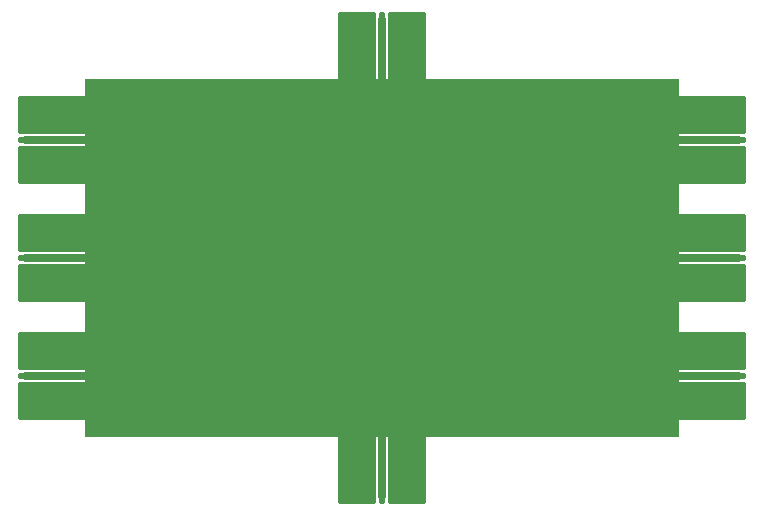
<source format=gbr>
%TF.GenerationSoftware,KiCad,Pcbnew,9.0.0-rc1*%
%TF.CreationDate,2025-01-29T12:40:29+01:00*%
%TF.ProjectId,Cinclidae,43696e63-6c69-4646-9165-2e6b69636164,rev?*%
%TF.SameCoordinates,PX8eb7a50PY5ee3fe0*%
%TF.FileFunction,Soldermask,Top*%
%TF.FilePolarity,Negative*%
%FSLAX46Y46*%
G04 Gerber Fmt 4.6, Leading zero omitted, Abs format (unit mm)*
G04 Created by KiCad (PCBNEW 9.0.0-rc1) date 2025-01-29 12:40:29*
%MOMM*%
%LPD*%
G01*
G04 APERTURE LIST*
G04 Aperture macros list*
%AMRoundRect*
0 Rectangle with rounded corners*
0 $1 Rounding radius*
0 $2 $3 $4 $5 $6 $7 $8 $9 X,Y pos of 4 corners*
0 Add a 4 corners polygon primitive as box body*
4,1,4,$2,$3,$4,$5,$6,$7,$8,$9,$2,$3,0*
0 Add four circle primitives for the rounded corners*
1,1,$1+$1,$2,$3*
1,1,$1+$1,$4,$5*
1,1,$1+$1,$6,$7*
1,1,$1+$1,$8,$9*
0 Add four rect primitives between the rounded corners*
20,1,$1+$1,$2,$3,$4,$5,0*
20,1,$1+$1,$4,$5,$6,$7,0*
20,1,$1+$1,$6,$7,$8,$9,0*
20,1,$1+$1,$8,$9,$2,$3,0*%
%AMFreePoly0*
4,1,17,0.396554,0.225648,0.452552,0.196696,0.480837,0.140358,0.482000,0.125000,0.482000,-0.125000,0.462520,-0.184954,0.411520,-0.222008,0.396554,-0.225648,-0.363446,-0.350648,-0.425767,-0.341156,-0.470606,-0.296846,-0.482000,-0.250000,-0.482000,0.250000,-0.462520,0.309954,-0.411520,0.347008,-0.363446,0.350648,0.396554,0.225648,0.396554,0.225648,$1*%
G04 Aperture macros list end*
%ADD10RoundRect,0.102000X-2.391100X0.250000X-2.391100X-0.250000X2.391100X-0.250000X2.391100X0.250000X0*%
%ADD11FreePoly0,180.000000*%
%ADD12RoundRect,0.102000X-2.768600X1.500000X-2.768600X-1.500000X2.768600X-1.500000X2.768600X1.500000X0*%
%ADD13C,1.404000*%
%ADD14C,0.604000*%
%ADD15RoundRect,0.102000X2.768600X-1.500000X2.768600X1.500000X-2.768600X1.500000X-2.768600X-1.500000X0*%
%ADD16RoundRect,0.102000X2.391100X-0.250000X2.391100X0.250000X-2.391100X0.250000X-2.391100X-0.250000X0*%
%ADD17FreePoly0,0.000000*%
%ADD18RoundRect,0.102000X-0.250000X-2.391100X0.250000X-2.391100X0.250000X2.391100X-0.250000X2.391100X0*%
%ADD19FreePoly0,270.000000*%
%ADD20RoundRect,0.102000X-1.500000X-2.768600X1.500000X-2.768600X1.500000X2.768600X-1.500000X2.768600X0*%
%ADD21RoundRect,0.102000X1.500000X2.768600X-1.500000X2.768600X-1.500000X-2.768600X1.500000X-2.768600X0*%
%ADD22RoundRect,0.102000X0.250000X2.391100X-0.250000X2.391100X-0.250000X-2.391100X0.250000X-2.391100X0*%
%ADD23FreePoly0,90.000000*%
G04 APERTURE END LIST*
G36*
X-25167800Y15170000D02*
G01*
X25170000Y15170000D01*
X25170000Y-15170000D01*
X-25167800Y-15170000D01*
X-25167800Y15170000D01*
G37*
D10*
%TO.C,ISO1*%
X-27558900Y-10000000D03*
D11*
X-30330000Y-10000000D03*
D12*
X-27936400Y-7865000D03*
D13*
X-26742600Y-8780800D03*
X-28952400Y-8780800D03*
D14*
X-25625000Y-9161800D03*
X-27860200Y-9161800D03*
X-30019200Y-9161800D03*
X-25625000Y-10838200D03*
X-27860200Y-10838200D03*
X-30019200Y-10838200D03*
D13*
X-26742600Y-11219200D03*
X-28952400Y-11219200D03*
D15*
X-27936400Y-12135000D03*
%TD*%
D10*
%TO.C,PROBE1*%
X-27558900Y10000000D03*
D11*
X-30330000Y10000000D03*
D12*
X-27936400Y12135000D03*
D13*
X-26742600Y11219200D03*
X-28952400Y11219200D03*
D14*
X-25625000Y10838200D03*
X-27860200Y10838200D03*
X-30019200Y10838200D03*
X-25625000Y9161800D03*
X-27860200Y9161800D03*
X-30019200Y9161800D03*
D13*
X-26742600Y8780800D03*
X-28952400Y8780800D03*
D15*
X-27936400Y7865000D03*
%TD*%
D16*
%TO.C,ISO2*%
X27558900Y-10000000D03*
D17*
X30330000Y-10000000D03*
D15*
X27936400Y-12135000D03*
D13*
X26742600Y-11219200D03*
X28952400Y-11219200D03*
D14*
X25625000Y-10838200D03*
X27860200Y-10838200D03*
X30019200Y-10838200D03*
X25625000Y-9161800D03*
X27860200Y-9161800D03*
X30019200Y-9161800D03*
D13*
X26742600Y-8780800D03*
X28952400Y-8780800D03*
D12*
X27936400Y-7865000D03*
%TD*%
D16*
%TO.C,PROBE2*%
X27558900Y10000000D03*
D17*
X30330000Y10000000D03*
D15*
X27936400Y7865000D03*
D13*
X26742600Y8780800D03*
X28952400Y8780800D03*
D14*
X25625000Y9161800D03*
X27860200Y9161800D03*
X30019200Y9161800D03*
X25625000Y10838200D03*
X27860200Y10838200D03*
X30019200Y10838200D03*
D13*
X26742600Y11219200D03*
X28952400Y11219200D03*
D12*
X27936400Y12135000D03*
%TD*%
D16*
%TO.C,MEAS2*%
X27558900Y0D03*
D17*
X30330000Y0D03*
D15*
X27936400Y-2135000D03*
D13*
X26742600Y-1219200D03*
X28952400Y-1219200D03*
D14*
X25625000Y-838200D03*
X27860200Y-838200D03*
X30019200Y-838200D03*
X25625000Y838200D03*
X27860200Y838200D03*
X30019200Y838200D03*
D13*
X26742600Y1219200D03*
X28952400Y1219200D03*
D12*
X27936400Y2135000D03*
%TD*%
D18*
%TO.C,DM*%
X0Y-17558900D03*
D19*
X0Y-20330000D03*
D20*
X-2135000Y-17936400D03*
D13*
X-1219200Y-16742600D03*
X-1219200Y-18952400D03*
D14*
X-838200Y-15625000D03*
X-838200Y-17860200D03*
X-838200Y-20019200D03*
X838200Y-15625000D03*
X838200Y-17860200D03*
X838200Y-20019200D03*
D13*
X1219200Y-16742600D03*
X1219200Y-18952400D03*
D21*
X2135000Y-17936400D03*
%TD*%
D22*
%TO.C,CM*%
X0Y17558900D03*
D23*
X0Y20330000D03*
D21*
X2135000Y17936400D03*
D13*
X1219200Y16742600D03*
X1219200Y18952400D03*
D14*
X838200Y15625000D03*
X838200Y17860200D03*
X838200Y20019200D03*
X-838200Y15625000D03*
X-838200Y17860200D03*
X-838200Y20019200D03*
D13*
X-1219200Y16742600D03*
X-1219200Y18952400D03*
D20*
X-2135000Y17936400D03*
%TD*%
D10*
%TO.C,MEAS1*%
X-27558900Y0D03*
D11*
X-30330000Y0D03*
D12*
X-27936400Y2135000D03*
D13*
X-26742600Y1219200D03*
X-28952400Y1219200D03*
D14*
X-25625000Y838200D03*
X-27860200Y838200D03*
X-30019200Y838200D03*
X-25625000Y-838200D03*
X-27860200Y-838200D03*
X-30019200Y-838200D03*
D13*
X-26742600Y-1219200D03*
X-28952400Y-1219200D03*
D15*
X-27936400Y-2135000D03*
%TD*%
M02*

</source>
